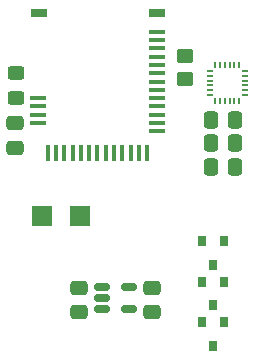
<source format=gbr>
%TF.GenerationSoftware,KiCad,Pcbnew,8.0.3*%
%TF.CreationDate,2024-07-06T18:06:20+05:30*%
%TF.ProjectId,nrf528_board,6e726635-3238-45f6-926f-6172642e6b69,rev?*%
%TF.SameCoordinates,Original*%
%TF.FileFunction,Paste,Top*%
%TF.FilePolarity,Positive*%
%FSLAX46Y46*%
G04 Gerber Fmt 4.6, Leading zero omitted, Abs format (unit mm)*
G04 Created by KiCad (PCBNEW 8.0.3) date 2024-07-06 18:06:20*
%MOMM*%
%LPD*%
G01*
G04 APERTURE LIST*
G04 Aperture macros list*
%AMRoundRect*
0 Rectangle with rounded corners*
0 $1 Rounding radius*
0 $2 $3 $4 $5 $6 $7 $8 $9 X,Y pos of 4 corners*
0 Add a 4 corners polygon primitive as box body*
4,1,4,$2,$3,$4,$5,$6,$7,$8,$9,$2,$3,0*
0 Add four circle primitives for the rounded corners*
1,1,$1+$1,$2,$3*
1,1,$1+$1,$4,$5*
1,1,$1+$1,$6,$7*
1,1,$1+$1,$8,$9*
0 Add four rect primitives between the rounded corners*
20,1,$1+$1,$2,$3,$4,$5,0*
20,1,$1+$1,$4,$5,$6,$7,0*
20,1,$1+$1,$6,$7,$8,$9,0*
20,1,$1+$1,$8,$9,$2,$3,0*%
G04 Aperture macros list end*
%ADD10RoundRect,0.250000X0.475000X-0.337500X0.475000X0.337500X-0.475000X0.337500X-0.475000X-0.337500X0*%
%ADD11RoundRect,0.250000X-0.337500X-0.475000X0.337500X-0.475000X0.337500X0.475000X-0.337500X0.475000X0*%
%ADD12RoundRect,0.050000X-0.225000X-0.050000X0.225000X-0.050000X0.225000X0.050000X-0.225000X0.050000X0*%
%ADD13RoundRect,0.050000X0.050000X-0.225000X0.050000X0.225000X-0.050000X0.225000X-0.050000X-0.225000X0*%
%ADD14RoundRect,0.250000X-0.450000X0.325000X-0.450000X-0.325000X0.450000X-0.325000X0.450000X0.325000X0*%
%ADD15R,1.750000X1.800000*%
%ADD16RoundRect,0.150000X-0.512500X-0.150000X0.512500X-0.150000X0.512500X0.150000X-0.512500X0.150000X0*%
%ADD17R,0.800000X0.900000*%
%ADD18R,1.400000X0.800000*%
%ADD19R,1.400000X0.400000*%
%ADD20R,0.400000X1.400000*%
%ADD21RoundRect,0.250000X-0.450000X0.350000X-0.450000X-0.350000X0.450000X-0.350000X0.450000X0.350000X0*%
G04 APERTURE END LIST*
D10*
%TO.C,C3*%
X135105500Y-71528300D03*
X135105500Y-69453300D03*
%TD*%
D11*
%TO.C,C6*%
X140125000Y-57200000D03*
X142200000Y-57200000D03*
%TD*%
D12*
%TO.C,U1*%
X140000000Y-51100000D03*
X140000000Y-51500000D03*
X140000000Y-51900000D03*
X140000000Y-52300000D03*
X140000000Y-52700000D03*
X140000000Y-53100000D03*
D13*
X140500000Y-53600000D03*
X140900000Y-53600000D03*
X141300000Y-53600000D03*
X141700000Y-53600000D03*
X142100000Y-53600000D03*
X142500000Y-53600000D03*
D12*
X143000000Y-53100000D03*
X143000000Y-52700000D03*
X143000000Y-52300000D03*
X143000000Y-51900000D03*
X143000000Y-51500000D03*
X143000000Y-51100000D03*
D13*
X142500000Y-50600000D03*
X142100000Y-50600000D03*
X141700000Y-50600000D03*
X141300000Y-50600000D03*
X140900000Y-50600000D03*
X140500000Y-50600000D03*
%TD*%
D14*
%TO.C,D1*%
X123600000Y-51300000D03*
X123600000Y-53350000D03*
%TD*%
D15*
%TO.C,Y1*%
X125800000Y-63400000D03*
X129050000Y-63400000D03*
%TD*%
D16*
%TO.C,U2*%
X130900000Y-69350000D03*
X130900000Y-70300000D03*
X130900000Y-71250000D03*
X133175000Y-71250000D03*
X133175000Y-69350000D03*
%TD*%
D10*
%TO.C,C5*%
X128958700Y-71499000D03*
X128958700Y-69424000D03*
%TD*%
D17*
%TO.C,Q1*%
X141247200Y-72381600D03*
X139347200Y-72381600D03*
X140297200Y-74381600D03*
%TD*%
D18*
%TO.C,E1*%
X125537700Y-46170000D03*
D19*
X125486900Y-53380000D03*
X125486900Y-54080000D03*
X125486900Y-54780000D03*
X125486900Y-55480000D03*
D20*
X126316100Y-58006400D03*
X127016100Y-58006400D03*
X127716100Y-58006400D03*
X128416100Y-58006400D03*
X129116100Y-58006400D03*
X129816100Y-58006400D03*
X130516100Y-58006400D03*
X131216100Y-58006400D03*
X131916100Y-58006400D03*
X132616100Y-58006400D03*
X133316100Y-58006400D03*
X134016100Y-58006400D03*
X134716100Y-58006400D03*
D19*
X135545300Y-56180000D03*
X135545300Y-55480000D03*
X135545300Y-54780000D03*
X135545300Y-54080000D03*
X135545300Y-53380000D03*
X135545300Y-52680000D03*
X135545300Y-51980000D03*
X135545300Y-51280000D03*
X135545300Y-50580000D03*
X135545300Y-49880000D03*
X135545300Y-49180000D03*
X135545300Y-48480000D03*
X135545300Y-47780000D03*
D18*
X135545300Y-46180000D03*
%TD*%
D11*
%TO.C,C8*%
X140125000Y-55200000D03*
X142200000Y-55200000D03*
%TD*%
D17*
%TO.C,Q3*%
X141261200Y-65482800D03*
X139361200Y-65482800D03*
X140311200Y-67482800D03*
%TD*%
%TO.C,Q2*%
X141259600Y-68921200D03*
X139359600Y-68921200D03*
X140309600Y-70921200D03*
%TD*%
D11*
%TO.C,C7*%
X140125000Y-59200000D03*
X142200000Y-59200000D03*
%TD*%
D10*
%TO.C,C2*%
X123500000Y-57575000D03*
X123500000Y-55500000D03*
%TD*%
D21*
%TO.C,R2*%
X137900000Y-49800000D03*
X137900000Y-51800000D03*
%TD*%
M02*

</source>
